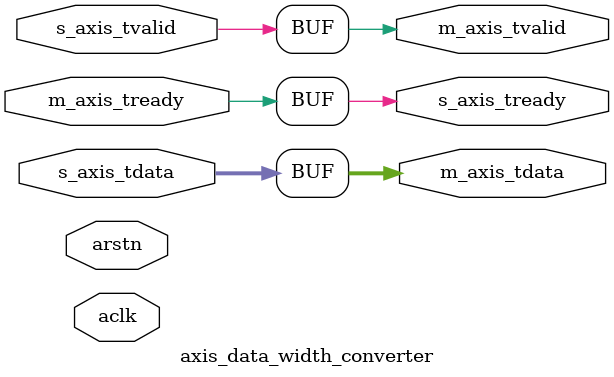
<source format=v>

`timescale 1ns/100ps

`include "util_helper_math.vh"

module axis_data_width_converter #(
    parameter slave_width = 1,
    parameter master_width = 1
  )
  (
    //axi streaming clock and reset.
    input                   aclk,
    input                   arstn,
    //master output axis
    output [(master_width*8)-1:0] m_axis_tdata,
    output                        m_axis_tvalid,
    input                         m_axis_tready,
    //slave input axis
    input  [(slave_width*8)-1:0]  s_axis_tdata,
    input                         s_axis_tvalid,
    output                        s_axis_tready
  );
  
  //genvars
  genvar gen_index;
  
  generate
    //if they are the same... there really isn't a point.
    if(slave_width == master_width) begin
      assign m_axis_tdata  = s_axis_tdata;
      assign m_axis_tvalid = s_axis_tvalid;
      assign s_axis_tready = m_axis_tready;
    //slave is smaller, use register build up method.
    end else if(slave_width < master_width) begin
      //buffer
      reg [(slave_width*8)-1:0]  reg_data_buffer[master_width/slave_width-1:0];
      reg         reg_data_valid;
      //counter
      reg [clogb2(master_width):0] counter;
      //index
      reg [clogb2(master_width):0] index;
      
      reg p_m_axis_tready;
      
      //when ready lets let the component feeding us know.
      assign s_axis_tready  = (m_axis_tready | ~p_m_axis_tready) & arstn;
      //send out a reg valid to match reg data
      assign m_axis_tvalid  = reg_data_valid;
      
      //generate wires to connect reg_data_buffer to tdata out. reg_valid selects buffer if data is valid.
      for(gen_index = 0; gen_index < (master_width/slave_width); gen_index = gen_index + 1) begin
        assign m_axis_tdata[(8*slave_width*(gen_index+1))-1:8*slave_width*gen_index] = (reg_data_valid == 1'b1 ? reg_data_buffer[gen_index] : 0);
      end
      
      //process data
      always @(posedge aclk) begin
        //clear all
        if(arstn == 1'b0) begin
          for(index = 0; index < (master_width/slave_width); index = index + 1) begin
            reg_data_buffer[index] <= 0;
          end
          reg_data_valid    <= 0;
          counter           <= (master_width/slave_width)-1;
          p_m_axis_tready   <= 0;
        end else begin
          //when ready, 0 out data so we don't send out the same thing over and over.
          //if we are still sending data, the if below will blow this up (in a good way).
          if(m_axis_tready == 1'b1) begin
            reg_data_valid  <= 0;
            //no valid data, so lets 0 out previous to allow a valid assert of data without ready to happen.
            p_m_axis_tready <= 0;
          end
          
          //valid data and we are ready for data, or per axis standard we pump out valid data and wait for ready to continue.
          if((s_axis_tvalid == 1'b1) && (~p_m_axis_tready || m_axis_tready)) begin
            reg_data_buffer[counter] <= s_axis_tdata;
            
            p_m_axis_tready <= 1'b1;
            
            counter <= counter - 1;
            
            if(counter == 0) begin
              counter         <= (master_width/slave_width)-1;
              reg_data_valid  <= 1;
            end
          end
        end
      end
    //slave input is larger then master register method
    end else begin
      //buffer
      reg [(master_width*8)-1:0] reg_data_buffer[slave_width/master_width-1:0];
      reg                        reg_data_valid;
      reg [(master_width*8)-1:0] reg_m_axis_tdata;
      
      //counter
      reg [clogb2(slave_width):0] counter;
      //index
      reg [clogb2(slave_width):0] index;
      
      //split s_axis
      wire [(master_width*8)-1:0] split_s_axis_tdata[slave_width/master_width-1:0];
      
      //m_axis_tready
      reg p_m_axis_tready;
      
      //split slave tdata into pieces the size of master tdata
      for(gen_index = 0; gen_index < (slave_width/master_width); gen_index = gen_index + 1) begin
        assign split_s_axis_tdata[gen_index] = s_axis_tdata[(8*master_width*(gen_index+1))-1:8*master_width*gen_index] ;
      end
      
      //only ready when taking in data or if conditons say so.
      assign s_axis_tready = (counter == 0 ? (~p_m_axis_tready | m_axis_tready) & arstn : 1'b0);
      //output for master axis data
      assign m_axis_tdata  = (reg_data_valid == 1'b1 ? reg_data_buffer[counter] : 0);
      assign m_axis_tvalid = reg_data_valid;
      
      //process data
      always @(posedge aclk) begin
        //clear all
        if(arstn == 1'b0) begin
          for(index = 0; index < (slave_width/master_width); index = index + 1) begin
            reg_data_buffer[index] <= 0;
          end
          reg_data_valid    <= 0;
          reg_m_axis_tdata  <= 0;
          counter           <= 0;
          p_m_axis_tready   <= 0;
        end else begin
          //when ready, 0 out data so we don't send out the same thing over and over.
          //if we are still sending data, the if below will blow this up (in a good way).
          if(m_axis_tready == 1'b1) begin
            reg_data_valid  <= 0;
            //no valid data, so lets 0 out previous to allow a valid assert of data without ready to happen.
            p_m_axis_tready <= 0;
          end
          
          //when data is valid, counter is correct, and we are ready for data
          //(p tready tells if we have ever been, and allows for valid data to be output first if not, per axis standard).
          //Then lets register some new data, and reset the counter to 1 to output this new data starting at its top.
          if((s_axis_tvalid == 1'b1) && (counter == 0) && (~p_m_axis_tready || m_axis_tready)) begin
            for(index = 0; index < (slave_width/master_width); index = index + 1) begin
              reg_data_buffer[index] <= split_s_axis_tdata[index];
            end
            
            counter <= (slave_width/master_width)-1;
            
            reg_data_valid  <= 1'b1;
            
            p_m_axis_tready <= 1'b1;
          end
          
          //only decrease the counter when its not 0 (underrun prevention) and the next core is ready for more data.
          if((counter != 0) && (m_axis_tready == 1'b1)) begin
            counter         <= counter - 1;
            reg_data_valid  <= 1'b1;
            p_m_axis_tready <= 1'b1;
          end         
        end
      end
    end
  endgenerate
  
  //copied from the IEEE 1364-2001 Standard
  function integer clogb2;
    input [31:0] value;
    begin
        value = value - 1;
        for (clogb2 = 0; value > 0; clogb2 = clogb2 + 1) begin
            value = value >> 1;
        end
    end
  endfunction
  
endmodule

</source>
